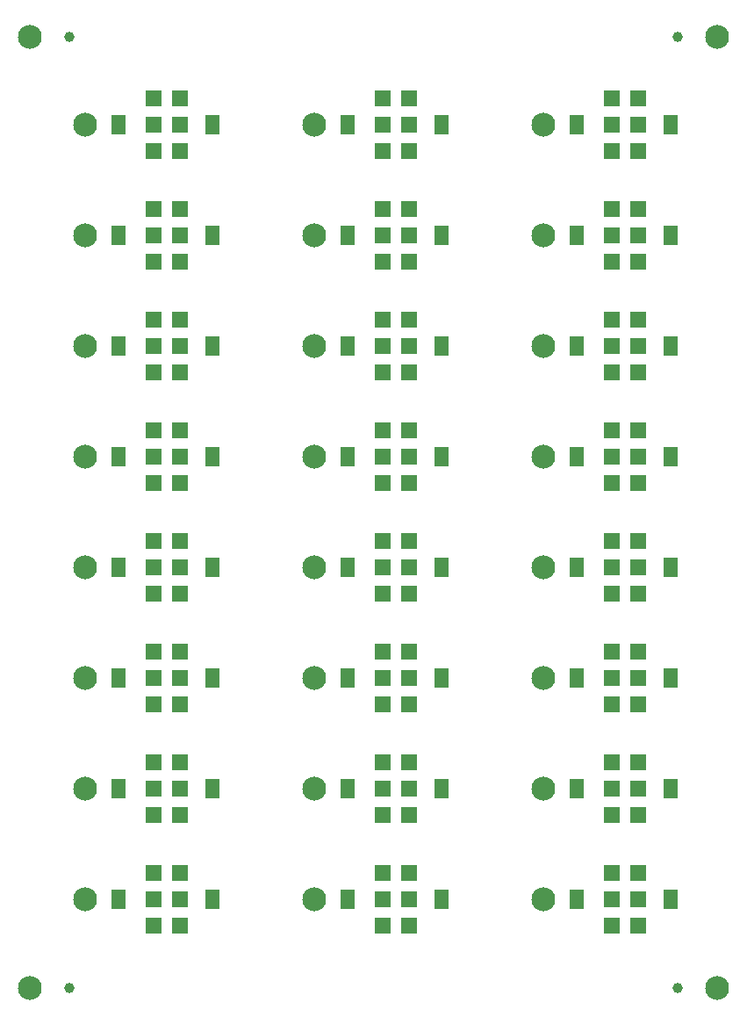
<source format=gbr>
G04 #@! TF.FileFunction,Soldermask,Bot*
%FSLAX46Y46*%
G04 Gerber Fmt 4.6, Leading zero omitted, Abs format (unit mm)*
G04 Created by KiCad (PCBNEW 4.0.5+dfsg1-4) date Sun Jun 17 20:11:44 2018*
%MOMM*%
%LPD*%
G01*
G04 APERTURE LIST*
%ADD10C,0.100000*%
%ADD11C,1.000000*%
%ADD12C,2.301600*%
%ADD13R,1.625600X1.625600*%
%ADD14R,1.351600X1.901600*%
G04 APERTURE END LIST*
D10*
D11*
X136012306Y-146304000D03*
X194695694Y-146301809D03*
X194691000Y-54607809D03*
X136017000Y-54610000D03*
D12*
X132202306Y-146306190D03*
X198505694Y-146301810D03*
X198505694Y-54607810D03*
X132207000Y-54610000D03*
D13*
X190881000Y-129667000D03*
X190881000Y-127127000D03*
X188341000Y-127127000D03*
X188341000Y-129667000D03*
X190881000Y-124587000D03*
X188341000Y-124587000D03*
D14*
X184991000Y-127127000D03*
X193991000Y-127127000D03*
X184991000Y-137795000D03*
X193991000Y-137795000D03*
D13*
X190881000Y-140335000D03*
X190881000Y-137795000D03*
X188341000Y-137795000D03*
X188341000Y-140335000D03*
X190881000Y-135255000D03*
X188341000Y-135255000D03*
D14*
X184991000Y-116459000D03*
X193991000Y-116459000D03*
D13*
X190881000Y-118999000D03*
X190881000Y-116459000D03*
X188341000Y-116459000D03*
X188341000Y-118999000D03*
X190881000Y-113919000D03*
X188341000Y-113919000D03*
X190881000Y-108331000D03*
X190881000Y-105791000D03*
X188341000Y-105791000D03*
X188341000Y-108331000D03*
X190881000Y-103251000D03*
X188341000Y-103251000D03*
D14*
X184991000Y-105791000D03*
X193991000Y-105791000D03*
D13*
X190881000Y-76327000D03*
X190881000Y-73787000D03*
X188341000Y-73787000D03*
X188341000Y-76327000D03*
X190881000Y-71247000D03*
X188341000Y-71247000D03*
D14*
X184991000Y-63119000D03*
X193991000Y-63119000D03*
D13*
X190881000Y-65659000D03*
X190881000Y-63119000D03*
X188341000Y-63119000D03*
X188341000Y-65659000D03*
X190881000Y-60579000D03*
X188341000Y-60579000D03*
D14*
X184991000Y-73787000D03*
X193991000Y-73787000D03*
D13*
X190881000Y-86995000D03*
X190881000Y-84455000D03*
X188341000Y-84455000D03*
X188341000Y-86995000D03*
X190881000Y-81915000D03*
X188341000Y-81915000D03*
D14*
X184991000Y-95123000D03*
X193991000Y-95123000D03*
X184991000Y-84455000D03*
X193991000Y-84455000D03*
D13*
X190881000Y-97663000D03*
X190881000Y-95123000D03*
X188341000Y-95123000D03*
X188341000Y-97663000D03*
X190881000Y-92583000D03*
X188341000Y-92583000D03*
D12*
X181737000Y-73787000D03*
X181737000Y-63119000D03*
X181737000Y-95123000D03*
X181737000Y-84455000D03*
X181737000Y-105791000D03*
X181737000Y-116459000D03*
X181737000Y-137795000D03*
X181737000Y-127127000D03*
D13*
X168783000Y-140335000D03*
X168783000Y-137795000D03*
X166243000Y-137795000D03*
X166243000Y-140335000D03*
X168783000Y-135255000D03*
X166243000Y-135255000D03*
D14*
X162893000Y-137795000D03*
X171893000Y-137795000D03*
X162893000Y-127127000D03*
X171893000Y-127127000D03*
D13*
X168783000Y-108331000D03*
X168783000Y-105791000D03*
X166243000Y-105791000D03*
X166243000Y-108331000D03*
X168783000Y-103251000D03*
X166243000Y-103251000D03*
D14*
X162893000Y-105791000D03*
X171893000Y-105791000D03*
X162893000Y-95123000D03*
X171893000Y-95123000D03*
D13*
X168783000Y-97663000D03*
X168783000Y-95123000D03*
X166243000Y-95123000D03*
X166243000Y-97663000D03*
X168783000Y-92583000D03*
X166243000Y-92583000D03*
X168783000Y-65659000D03*
X168783000Y-63119000D03*
X166243000Y-63119000D03*
X166243000Y-65659000D03*
X168783000Y-60579000D03*
X166243000Y-60579000D03*
D14*
X162893000Y-63119000D03*
X171893000Y-63119000D03*
D13*
X168783000Y-76327000D03*
X168783000Y-73787000D03*
X166243000Y-73787000D03*
X166243000Y-76327000D03*
X168783000Y-71247000D03*
X166243000Y-71247000D03*
D14*
X162893000Y-84455000D03*
X171893000Y-84455000D03*
D13*
X168783000Y-86995000D03*
X168783000Y-84455000D03*
X166243000Y-84455000D03*
X166243000Y-86995000D03*
X168783000Y-81915000D03*
X166243000Y-81915000D03*
D14*
X162893000Y-73787000D03*
X171893000Y-73787000D03*
D13*
X168783000Y-129667000D03*
X168783000Y-127127000D03*
X166243000Y-127127000D03*
X166243000Y-129667000D03*
X168783000Y-124587000D03*
X166243000Y-124587000D03*
D14*
X162893000Y-116459000D03*
X171893000Y-116459000D03*
D13*
X168783000Y-118999000D03*
X168783000Y-116459000D03*
X166243000Y-116459000D03*
X166243000Y-118999000D03*
X168783000Y-113919000D03*
X166243000Y-113919000D03*
D12*
X159639000Y-63119000D03*
X159639000Y-84455000D03*
X159639000Y-73787000D03*
X159639000Y-127127000D03*
X159639000Y-116459000D03*
X159639000Y-137795000D03*
X159639000Y-105791000D03*
X159639000Y-95123000D03*
D13*
X146685000Y-97663000D03*
X146685000Y-95123000D03*
X144145000Y-95123000D03*
X144145000Y-97663000D03*
X146685000Y-92583000D03*
X144145000Y-92583000D03*
D14*
X140795000Y-84455000D03*
X149795000Y-84455000D03*
X140795000Y-95123000D03*
X149795000Y-95123000D03*
X140795000Y-63119000D03*
X149795000Y-63119000D03*
X140795000Y-73787000D03*
X149795000Y-73787000D03*
D13*
X146685000Y-65659000D03*
X146685000Y-63119000D03*
X144145000Y-63119000D03*
X144145000Y-65659000D03*
X146685000Y-60579000D03*
X144145000Y-60579000D03*
X146685000Y-86995000D03*
X146685000Y-84455000D03*
X144145000Y-84455000D03*
X144145000Y-86995000D03*
X146685000Y-81915000D03*
X144145000Y-81915000D03*
X146685000Y-76327000D03*
X146685000Y-73787000D03*
X144145000Y-73787000D03*
X144145000Y-76327000D03*
X146685000Y-71247000D03*
X144145000Y-71247000D03*
D12*
X137541000Y-63119000D03*
X137541000Y-73787000D03*
X137541000Y-84455000D03*
X137541000Y-95123000D03*
D13*
X146685000Y-118999000D03*
X146685000Y-116459000D03*
X144145000Y-116459000D03*
X144145000Y-118999000D03*
X146685000Y-113919000D03*
X144145000Y-113919000D03*
D14*
X140795000Y-105791000D03*
X149795000Y-105791000D03*
D13*
X146685000Y-108331000D03*
X146685000Y-105791000D03*
X144145000Y-105791000D03*
X144145000Y-108331000D03*
X146685000Y-103251000D03*
X144145000Y-103251000D03*
D14*
X140795000Y-116459000D03*
X149795000Y-116459000D03*
D12*
X137541000Y-116459000D03*
X137541000Y-105791000D03*
D14*
X140795000Y-127127000D03*
X149795000Y-127127000D03*
D13*
X146685000Y-129667000D03*
X146685000Y-127127000D03*
X144145000Y-127127000D03*
X144145000Y-129667000D03*
X146685000Y-124587000D03*
X144145000Y-124587000D03*
D12*
X137541000Y-127127000D03*
D13*
X146685000Y-140335000D03*
X146685000Y-137795000D03*
X144145000Y-137795000D03*
X144145000Y-140335000D03*
X146685000Y-135255000D03*
X144145000Y-135255000D03*
D14*
X140795000Y-137795000D03*
X149795000Y-137795000D03*
D12*
X137541000Y-137795000D03*
M02*

</source>
